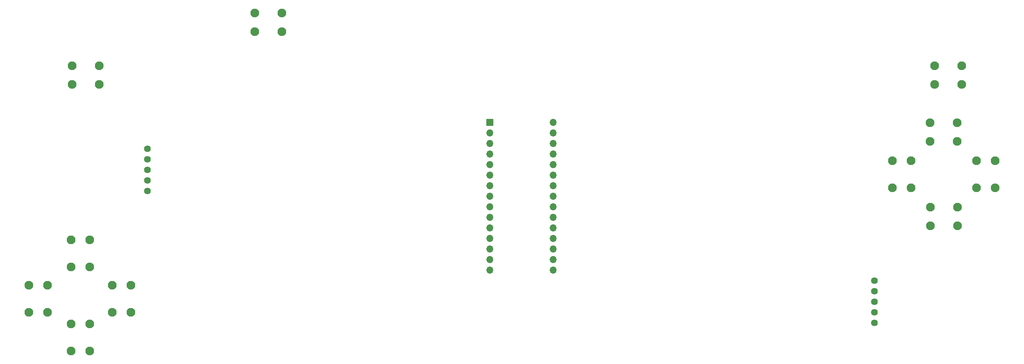
<source format=gts>
%TF.GenerationSoftware,KiCad,Pcbnew,8.0.1*%
%TF.CreationDate,2024-04-02T22:55:17+01:00*%
%TF.ProjectId,Controller_PCB,436f6e74-726f-46c6-9c65-725f5043422e,v0.1*%
%TF.SameCoordinates,Original*%
%TF.FileFunction,Soldermask,Top*%
%TF.FilePolarity,Negative*%
%FSLAX46Y46*%
G04 Gerber Fmt 4.6, Leading zero omitted, Abs format (unit mm)*
G04 Created by KiCad (PCBNEW 8.0.1) date 2024-04-02 22:55:17*
%MOMM*%
%LPD*%
G01*
G04 APERTURE LIST*
G04 Aperture macros list*
%AMRoundRect*
0 Rectangle with rounded corners*
0 $1 Rounding radius*
0 $2 $3 $4 $5 $6 $7 $8 $9 X,Y pos of 4 corners*
0 Add a 4 corners polygon primitive as box body*
4,1,4,$2,$3,$4,$5,$6,$7,$8,$9,$2,$3,0*
0 Add four circle primitives for the rounded corners*
1,1,$1+$1,$2,$3*
1,1,$1+$1,$4,$5*
1,1,$1+$1,$6,$7*
1,1,$1+$1,$8,$9*
0 Add four rect primitives between the rounded corners*
20,1,$1+$1,$2,$3,$4,$5,0*
20,1,$1+$1,$4,$5,$6,$7,0*
20,1,$1+$1,$6,$7,$8,$9,0*
20,1,$1+$1,$8,$9,$2,$3,0*%
G04 Aperture macros list end*
%ADD10C,1.625600*%
%ADD11C,2.101600*%
%ADD12RoundRect,0.050800X-0.800000X-0.800000X0.800000X-0.800000X0.800000X0.800000X-0.800000X0.800000X0*%
%ADD13O,1.701600X1.701600*%
G04 APERTURE END LIST*
D10*
%TO.C,Joystick_Left1*%
X62388750Y-116840000D03*
X62388750Y-114300000D03*
X62388750Y-111760000D03*
X62388750Y-109220000D03*
X62388750Y-106680000D03*
%TD*%
%TO.C,Joystick_Right1*%
X237331250Y-138430000D03*
X237331250Y-140970000D03*
X237331250Y-143510000D03*
X237331250Y-146050000D03*
X237331250Y-148590000D03*
%TD*%
D11*
%TO.C,RIGHT_TRIGGER1*%
X251766000Y-86650000D03*
X258266000Y-86650000D03*
X251766000Y-91150000D03*
X258266000Y-91150000D03*
%TD*%
%TO.C,LEFT_TRIGGER1*%
X44248000Y-86650000D03*
X50748000Y-86650000D03*
X44248000Y-91150000D03*
X50748000Y-91150000D03*
%TD*%
%TO.C,Y1*%
X246090000Y-109526000D03*
X246090000Y-116026000D03*
X241590000Y-109526000D03*
X241590000Y-116026000D03*
%TD*%
%TO.C,X1*%
X257198000Y-104902000D03*
X250698000Y-104902000D03*
X257198000Y-100402000D03*
X250698000Y-100402000D03*
%TD*%
%TO.C,UP1*%
X48478000Y-128576000D03*
X48478000Y-135076000D03*
X43978000Y-128576000D03*
X43978000Y-135076000D03*
%TD*%
%TO.C,SEL_1*%
X94690000Y-78450000D03*
X88190000Y-78450000D03*
X94690000Y-73950000D03*
X88190000Y-73950000D03*
%TD*%
%TO.C,RIGHT1*%
X58384000Y-139498000D03*
X58384000Y-145998000D03*
X53884000Y-139498000D03*
X53884000Y-145998000D03*
%TD*%
%TO.C,LEFT1*%
X33818000Y-145998000D03*
X33818000Y-139498000D03*
X38318000Y-145998000D03*
X38318000Y-139498000D03*
%TD*%
%TO.C,DOWN1*%
X48514000Y-148844000D03*
X48514000Y-155344000D03*
X44014000Y-148844000D03*
X44014000Y-155344000D03*
%TD*%
%TO.C,B1*%
X261874000Y-116026000D03*
X261874000Y-109526000D03*
X266374000Y-116026000D03*
X266374000Y-109526000D03*
%TD*%
%TO.C,A1*%
X257250000Y-125186000D03*
X250750000Y-125186000D03*
X257250000Y-120686000D03*
X250750000Y-120686000D03*
%TD*%
D12*
%TO.C,CentralBoard1*%
X144790000Y-100330000D03*
D13*
X144790000Y-102870000D03*
X144790000Y-105410000D03*
X144790000Y-107950000D03*
X144790000Y-110490000D03*
X144790000Y-113030000D03*
X144790000Y-115570000D03*
X144790000Y-118110000D03*
X144790000Y-120650000D03*
X144790000Y-123190000D03*
X144790000Y-125730000D03*
X144790000Y-128270000D03*
X144790000Y-130810000D03*
X144790000Y-133350000D03*
X144790000Y-135890000D03*
X160030000Y-135890000D03*
X160030000Y-133350000D03*
X160030000Y-130810000D03*
X160030000Y-128270000D03*
X160030000Y-125730000D03*
X160030000Y-123190000D03*
X160030000Y-120650000D03*
X160030000Y-118110000D03*
X160030000Y-115570000D03*
X160030000Y-113030000D03*
X160030000Y-110490000D03*
X160030000Y-107950000D03*
X160030000Y-105410000D03*
X160030000Y-102870000D03*
X160030000Y-100330000D03*
%TD*%
M02*

</source>
